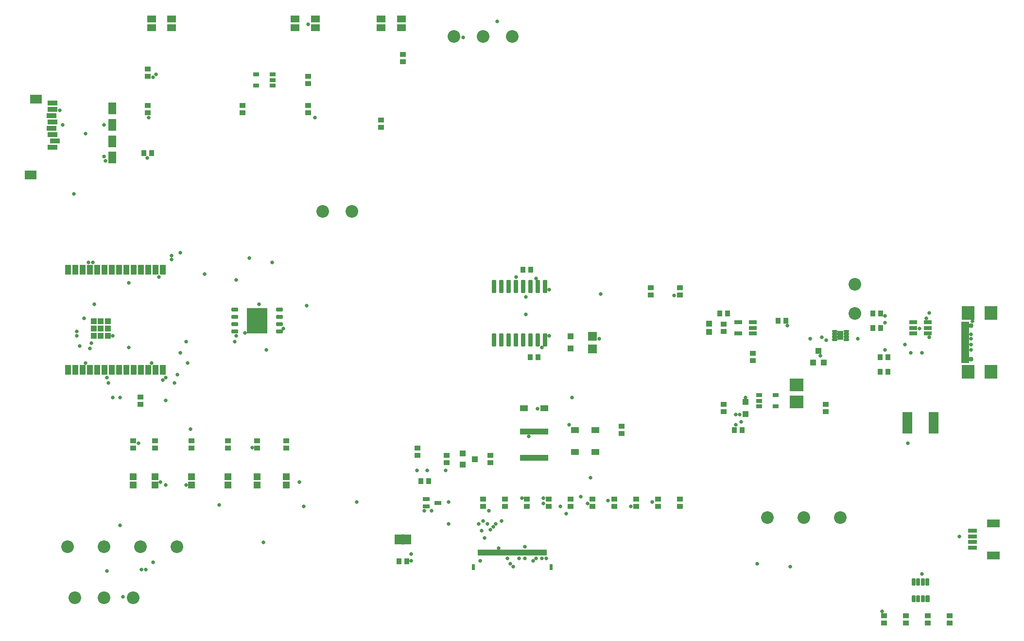
<source format=gbr>
G04 EAGLE Gerber RS-274X export*
G75*
%MOMM*%
%FSLAX34Y34*%
%LPD*%
%INSoldermask Top*%
%IPPOS*%
%AMOC8*
5,1,8,0,0,1.08239X$1,22.5*%
G01*
G04 Define Apertures*
%ADD10R,1.603200X1.253200*%
%ADD11R,1.103200X0.903200*%
%ADD12R,1.603200X1.603200*%
%ADD13R,0.903200X1.103200*%
%ADD14R,2.403200X2.203200*%
%ADD15R,1.003200X1.003200*%
%ADD16R,1.403200X0.803200*%
%ADD17R,1.143200X1.173200*%
%ADD18R,1.103200X1.003200*%
%ADD19R,1.353200X1.003200*%
%ADD20R,1.103200X0.803200*%
%ADD21R,0.503200X1.003200*%
%ADD22R,0.603200X1.003200*%
%ADD23R,1.353200X0.503200*%
%ADD24R,2.203200X2.383200*%
%ADD25C,0.853200*%
%ADD26R,2.203200X1.403200*%
%ADD27R,1.553200X0.803200*%
%ADD28R,1.403200X2.003200*%
%ADD29R,2.103200X1.603200*%
%ADD30R,1.703200X0.903200*%
%ADD31R,5.029200X1.092200*%
%ADD32R,1.403200X0.753200*%
%ADD33R,1.703200X3.803200*%
%ADD34R,1.003200X1.103200*%
%ADD35R,1.253200X0.703200*%
%ADD36C,0.330503*%
%ADD37R,0.152400X1.828800*%
%ADD38R,1.371600X1.803400*%
%ADD39C,2.203200*%
%ADD40C,0.315166*%
%ADD41R,3.603200X4.503200*%
%ADD42R,1.103200X1.703200*%
%ADD43C,0.349006*%
%ADD44C,0.269722*%
%ADD45R,1.103200X1.503200*%
%ADD46C,0.655600*%
D10*
X657580Y1096888D03*
X622580Y1096888D03*
X622580Y1081888D03*
X657580Y1081888D03*
D11*
X1574800Y44300D03*
X1574800Y57300D03*
X215900Y933300D03*
X215900Y946300D03*
D12*
X990600Y544400D03*
X990600Y522400D03*
D11*
X1219200Y565300D03*
X1219200Y552300D03*
D13*
X1251100Y381000D03*
X1238100Y381000D03*
D11*
X1612900Y44300D03*
X1612900Y57300D03*
D13*
X1314300Y571500D03*
X1327300Y571500D03*
D11*
X1397000Y412600D03*
X1397000Y425600D03*
D14*
X1346200Y429500D03*
X1346200Y459500D03*
D11*
X1041400Y374500D03*
X1041400Y387500D03*
D13*
X1479400Y558800D03*
X1492400Y558800D03*
D11*
X495300Y933300D03*
X495300Y946300D03*
D13*
X1479400Y584200D03*
X1492400Y584200D03*
D11*
X622300Y907900D03*
X622300Y920900D03*
X812800Y323700D03*
X812800Y336700D03*
D13*
X869800Y660400D03*
X882800Y660400D03*
X209400Y863600D03*
X222400Y863600D03*
D10*
X257530Y1096888D03*
X222530Y1096888D03*
X222530Y1081888D03*
X257530Y1081888D03*
D15*
X1193800Y551300D03*
X1193800Y566300D03*
D11*
X381000Y933300D03*
X381000Y946300D03*
D16*
X1549600Y568300D03*
X1549600Y558800D03*
X1549600Y549300D03*
X1574600Y549300D03*
X1574600Y558800D03*
X1574600Y568300D03*
D17*
X292100Y284600D03*
X292100Y299600D03*
X228600Y284600D03*
X228600Y299600D03*
X190500Y284600D03*
X190500Y299600D03*
D18*
X1257300Y408600D03*
X1257300Y429600D03*
D19*
X906500Y419100D03*
X871500Y419100D03*
X960400Y342900D03*
X995400Y342900D03*
X960400Y381000D03*
X995400Y381000D03*
D17*
X406400Y284600D03*
X406400Y299600D03*
D18*
X952500Y522900D03*
X952500Y543900D03*
D17*
X457200Y284600D03*
X457200Y299600D03*
X355600Y284600D03*
X355600Y299600D03*
D11*
X800100Y247500D03*
X800100Y260500D03*
X1066800Y247500D03*
X1066800Y260500D03*
X1143000Y247500D03*
X1143000Y260500D03*
X1104900Y247500D03*
X1104900Y260500D03*
X838200Y247500D03*
X838200Y260500D03*
X876300Y247500D03*
X876300Y260500D03*
X914400Y247500D03*
X914400Y260500D03*
X952500Y247500D03*
X952500Y260500D03*
X990600Y247500D03*
X990600Y260500D03*
X1028700Y247500D03*
X1028700Y260500D03*
D20*
X433100Y981100D03*
X433100Y990600D03*
X433100Y1000100D03*
X405100Y1000100D03*
X405100Y981100D03*
X1281400Y441300D03*
X1281400Y431800D03*
X1281400Y422300D03*
X1309400Y422300D03*
X1309400Y441300D03*
D21*
X908400Y166900D03*
X903400Y166900D03*
X898400Y166900D03*
X893400Y166900D03*
X888400Y166900D03*
X883400Y166900D03*
X878400Y166900D03*
X873400Y166900D03*
X868400Y166900D03*
X863400Y166900D03*
X858400Y166900D03*
X853400Y166900D03*
X848400Y166900D03*
X843400Y166900D03*
X838400Y166900D03*
X833400Y166900D03*
X828400Y166900D03*
X823400Y166900D03*
X818400Y166900D03*
X813400Y166900D03*
X808400Y166900D03*
X803400Y166900D03*
X798400Y166900D03*
X793400Y166900D03*
D22*
X918400Y141900D03*
X783400Y141900D03*
D23*
X1639620Y499900D03*
X1639620Y507900D03*
X1639620Y520900D03*
X1639620Y530900D03*
X1639620Y535900D03*
X1639620Y545900D03*
X1639620Y558900D03*
X1639620Y566900D03*
X1639620Y563900D03*
X1639620Y555900D03*
X1639620Y550900D03*
X1639620Y540900D03*
X1639620Y525900D03*
X1639620Y515900D03*
X1639620Y510900D03*
X1639620Y502900D03*
D24*
X1684670Y482300D03*
X1684670Y584500D03*
X1645370Y482300D03*
X1645370Y584500D03*
D25*
X1650370Y504500D03*
X1650370Y562300D03*
D26*
X1689238Y162500D03*
X1689238Y218500D03*
D27*
X1652488Y175500D03*
X1652488Y185500D03*
X1652488Y195500D03*
X1652488Y205500D03*
D28*
X154000Y855390D03*
X154000Y912390D03*
D29*
X11500Y825390D03*
X21500Y956890D03*
D30*
X50000Y873390D03*
X54000Y884390D03*
X50000Y895390D03*
X48000Y906390D03*
X50000Y917390D03*
X48000Y928390D03*
X50000Y939390D03*
X50000Y950390D03*
D28*
X154000Y883890D03*
X154000Y940890D03*
D31*
X889000Y378460D03*
X889000Y332740D03*
D32*
X1270301Y549300D03*
X1270301Y558800D03*
X1270301Y568300D03*
X1244299Y568300D03*
X1244299Y549300D03*
D33*
X1584600Y393700D03*
X1539600Y393700D03*
D34*
X1374800Y498000D03*
X1393800Y498000D03*
X1384300Y519000D03*
D18*
X764700Y339700D03*
X764700Y320700D03*
X785700Y330200D03*
D35*
X700700Y260500D03*
X700700Y247500D03*
X721700Y254000D03*
D11*
X203200Y425300D03*
X203200Y438300D03*
X457200Y349100D03*
X457200Y362100D03*
D13*
X1212700Y584200D03*
X1225700Y584200D03*
D11*
X1498600Y44300D03*
X1498600Y57300D03*
X1143000Y615800D03*
X1143000Y628800D03*
X1219200Y412600D03*
X1219200Y425600D03*
D13*
X653900Y152400D03*
X666900Y152400D03*
X1505100Y482600D03*
X1492100Y482600D03*
X1505100Y508000D03*
X1492100Y508000D03*
D11*
X1270000Y501500D03*
X1270000Y514500D03*
X1536700Y44300D03*
X1536700Y57300D03*
X1092200Y615800D03*
X1092200Y628800D03*
X736600Y323700D03*
X736600Y336700D03*
X685800Y349400D03*
X685800Y336400D03*
X355600Y349100D03*
X355600Y362100D03*
X292100Y349100D03*
X292100Y362100D03*
X228600Y349100D03*
X228600Y362100D03*
X190500Y349100D03*
X190500Y362100D03*
X406400Y349100D03*
X406400Y362100D03*
D10*
X507720Y1096888D03*
X472720Y1096888D03*
X472720Y1081888D03*
X507720Y1081888D03*
D11*
X660400Y1035200D03*
X660400Y1022200D03*
D13*
X882500Y508000D03*
X895500Y508000D03*
D11*
X215900Y996800D03*
X215900Y1009800D03*
D13*
X692000Y292100D03*
X705000Y292100D03*
D11*
X495300Y984100D03*
X495300Y997100D03*
D36*
X1551964Y120624D02*
X1551964Y111736D01*
X1548236Y111736D01*
X1548236Y120624D01*
X1551964Y120624D01*
X1551964Y114876D02*
X1548236Y114876D01*
X1548236Y118016D02*
X1551964Y118016D01*
X1559964Y120624D02*
X1559964Y111736D01*
X1556236Y111736D01*
X1556236Y120624D01*
X1559964Y120624D01*
X1559964Y114876D02*
X1556236Y114876D01*
X1556236Y118016D02*
X1559964Y118016D01*
X1567964Y120624D02*
X1567964Y111736D01*
X1564236Y111736D01*
X1564236Y120624D01*
X1567964Y120624D01*
X1567964Y114876D02*
X1564236Y114876D01*
X1564236Y118016D02*
X1567964Y118016D01*
X1575964Y120624D02*
X1575964Y111736D01*
X1572236Y111736D01*
X1572236Y120624D01*
X1575964Y120624D01*
X1575964Y114876D02*
X1572236Y114876D01*
X1572236Y118016D02*
X1575964Y118016D01*
X1576164Y91464D02*
X1576164Y82576D01*
X1572436Y82576D01*
X1572436Y91464D01*
X1576164Y91464D01*
X1576164Y85716D02*
X1572436Y85716D01*
X1572436Y88856D02*
X1576164Y88856D01*
X1567964Y91464D02*
X1567964Y82576D01*
X1564236Y82576D01*
X1564236Y91464D01*
X1567964Y91464D01*
X1567964Y85716D02*
X1564236Y85716D01*
X1564236Y88856D02*
X1567964Y88856D01*
X1559964Y91464D02*
X1559964Y82576D01*
X1556236Y82576D01*
X1556236Y91464D01*
X1559964Y91464D01*
X1559964Y85716D02*
X1556236Y85716D01*
X1556236Y88856D02*
X1559964Y88856D01*
X1551964Y91464D02*
X1551964Y82576D01*
X1548236Y82576D01*
X1548236Y91464D01*
X1551964Y91464D01*
X1551964Y85716D02*
X1548236Y85716D01*
X1548236Y88856D02*
X1551964Y88856D01*
D37*
X660400Y190500D03*
D38*
X652780Y190500D03*
X668020Y190500D03*
D39*
X520700Y762000D03*
X1422400Y228600D03*
X571500Y762000D03*
X1358900Y228600D03*
X1295400Y228600D03*
X266700Y177800D03*
X203200Y177800D03*
X139700Y177800D03*
X76200Y177800D03*
X190500Y88900D03*
X139700Y88900D03*
X88900Y88900D03*
X1447800Y635000D03*
X1447800Y584200D03*
X850900Y1066800D03*
X800100Y1066800D03*
X749300Y1066800D03*
D40*
X371590Y588910D02*
X363310Y588910D01*
X363310Y592190D01*
X371590Y592190D01*
X371590Y588910D01*
X371590Y591904D02*
X363310Y591904D01*
X363310Y576210D02*
X371590Y576210D01*
X363310Y576210D02*
X363310Y579490D01*
X371590Y579490D01*
X371590Y576210D01*
X371590Y579204D02*
X363310Y579204D01*
X363310Y563510D02*
X371590Y563510D01*
X363310Y563510D02*
X363310Y566790D01*
X371590Y566790D01*
X371590Y563510D01*
X371590Y566504D02*
X363310Y566504D01*
X363310Y550810D02*
X371590Y550810D01*
X363310Y550810D02*
X363310Y554090D01*
X371590Y554090D01*
X371590Y550810D01*
X371590Y553804D02*
X363310Y553804D01*
X441210Y550810D02*
X449490Y550810D01*
X441210Y550810D02*
X441210Y554090D01*
X449490Y554090D01*
X449490Y550810D01*
X449490Y553804D02*
X441210Y553804D01*
X441210Y563510D02*
X449490Y563510D01*
X441210Y563510D02*
X441210Y566790D01*
X449490Y566790D01*
X449490Y563510D01*
X449490Y566504D02*
X441210Y566504D01*
X441210Y576210D02*
X449490Y576210D01*
X441210Y576210D02*
X441210Y579490D01*
X449490Y579490D01*
X449490Y576210D01*
X449490Y579204D02*
X441210Y579204D01*
X441210Y588910D02*
X449490Y588910D01*
X441210Y588910D02*
X441210Y592190D01*
X449490Y592190D01*
X449490Y588910D01*
X449490Y591904D02*
X441210Y591904D01*
D41*
X406400Y571500D03*
D42*
X76940Y485270D03*
X89640Y485270D03*
X102340Y485270D03*
X115040Y485270D03*
X127740Y485270D03*
X140440Y485270D03*
X153140Y485270D03*
X165840Y485270D03*
X178540Y485270D03*
X191240Y485270D03*
X203940Y485270D03*
X216640Y485270D03*
X229340Y485270D03*
X242040Y485270D03*
X242040Y660270D03*
X229340Y660270D03*
X216640Y660270D03*
X203940Y660270D03*
X191240Y660270D03*
X178540Y660270D03*
X165840Y660270D03*
X153140Y660270D03*
X140440Y660270D03*
X127740Y660270D03*
X115040Y660270D03*
X102340Y660270D03*
X89640Y660270D03*
X76940Y660270D03*
D15*
X134140Y557720D03*
X121640Y545220D03*
X121640Y557720D03*
X121640Y570220D03*
X134140Y545220D03*
X134140Y570220D03*
X146640Y545220D03*
X146640Y557720D03*
X146640Y570220D03*
D43*
X905829Y621229D02*
X905829Y640271D01*
X910271Y640271D01*
X910271Y621229D01*
X905829Y621229D01*
X905829Y624544D02*
X910271Y624544D01*
X910271Y627859D02*
X905829Y627859D01*
X905829Y631174D02*
X910271Y631174D01*
X910271Y634489D02*
X905829Y634489D01*
X905829Y637804D02*
X910271Y637804D01*
X893129Y640271D02*
X893129Y621229D01*
X893129Y640271D02*
X897571Y640271D01*
X897571Y621229D01*
X893129Y621229D01*
X893129Y624544D02*
X897571Y624544D01*
X897571Y627859D02*
X893129Y627859D01*
X893129Y631174D02*
X897571Y631174D01*
X897571Y634489D02*
X893129Y634489D01*
X893129Y637804D02*
X897571Y637804D01*
X880429Y640271D02*
X880429Y621229D01*
X880429Y640271D02*
X884871Y640271D01*
X884871Y621229D01*
X880429Y621229D01*
X880429Y624544D02*
X884871Y624544D01*
X884871Y627859D02*
X880429Y627859D01*
X880429Y631174D02*
X884871Y631174D01*
X884871Y634489D02*
X880429Y634489D01*
X880429Y637804D02*
X884871Y637804D01*
X867729Y640271D02*
X867729Y621229D01*
X867729Y640271D02*
X872171Y640271D01*
X872171Y621229D01*
X867729Y621229D01*
X867729Y624544D02*
X872171Y624544D01*
X872171Y627859D02*
X867729Y627859D01*
X867729Y631174D02*
X872171Y631174D01*
X872171Y634489D02*
X867729Y634489D01*
X867729Y637804D02*
X872171Y637804D01*
X855029Y640271D02*
X855029Y621229D01*
X855029Y640271D02*
X859471Y640271D01*
X859471Y621229D01*
X855029Y621229D01*
X855029Y624544D02*
X859471Y624544D01*
X859471Y627859D02*
X855029Y627859D01*
X855029Y631174D02*
X859471Y631174D01*
X859471Y634489D02*
X855029Y634489D01*
X855029Y637804D02*
X859471Y637804D01*
X842329Y640271D02*
X842329Y621229D01*
X842329Y640271D02*
X846771Y640271D01*
X846771Y621229D01*
X842329Y621229D01*
X842329Y624544D02*
X846771Y624544D01*
X846771Y627859D02*
X842329Y627859D01*
X842329Y631174D02*
X846771Y631174D01*
X846771Y634489D02*
X842329Y634489D01*
X842329Y637804D02*
X846771Y637804D01*
X829629Y640271D02*
X829629Y621229D01*
X829629Y640271D02*
X834071Y640271D01*
X834071Y621229D01*
X829629Y621229D01*
X829629Y624544D02*
X834071Y624544D01*
X834071Y627859D02*
X829629Y627859D01*
X829629Y631174D02*
X834071Y631174D01*
X834071Y634489D02*
X829629Y634489D01*
X829629Y637804D02*
X834071Y637804D01*
X816929Y640271D02*
X816929Y621229D01*
X816929Y640271D02*
X821371Y640271D01*
X821371Y621229D01*
X816929Y621229D01*
X816929Y624544D02*
X821371Y624544D01*
X821371Y627859D02*
X816929Y627859D01*
X816929Y631174D02*
X821371Y631174D01*
X821371Y634489D02*
X816929Y634489D01*
X816929Y637804D02*
X821371Y637804D01*
X816929Y547171D02*
X816929Y528129D01*
X816929Y547171D02*
X821371Y547171D01*
X821371Y528129D01*
X816929Y528129D01*
X816929Y531444D02*
X821371Y531444D01*
X821371Y534759D02*
X816929Y534759D01*
X816929Y538074D02*
X821371Y538074D01*
X821371Y541389D02*
X816929Y541389D01*
X816929Y544704D02*
X821371Y544704D01*
X829629Y547171D02*
X829629Y528129D01*
X829629Y547171D02*
X834071Y547171D01*
X834071Y528129D01*
X829629Y528129D01*
X829629Y531444D02*
X834071Y531444D01*
X834071Y534759D02*
X829629Y534759D01*
X829629Y538074D02*
X834071Y538074D01*
X834071Y541389D02*
X829629Y541389D01*
X829629Y544704D02*
X834071Y544704D01*
X842329Y547171D02*
X842329Y528129D01*
X842329Y547171D02*
X846771Y547171D01*
X846771Y528129D01*
X842329Y528129D01*
X842329Y531444D02*
X846771Y531444D01*
X846771Y534759D02*
X842329Y534759D01*
X842329Y538074D02*
X846771Y538074D01*
X846771Y541389D02*
X842329Y541389D01*
X842329Y544704D02*
X846771Y544704D01*
X855029Y547171D02*
X855029Y528129D01*
X855029Y547171D02*
X859471Y547171D01*
X859471Y528129D01*
X855029Y528129D01*
X855029Y531444D02*
X859471Y531444D01*
X859471Y534759D02*
X855029Y534759D01*
X855029Y538074D02*
X859471Y538074D01*
X859471Y541389D02*
X855029Y541389D01*
X855029Y544704D02*
X859471Y544704D01*
X867729Y547171D02*
X867729Y528129D01*
X867729Y547171D02*
X872171Y547171D01*
X872171Y528129D01*
X867729Y528129D01*
X867729Y531444D02*
X872171Y531444D01*
X872171Y534759D02*
X867729Y534759D01*
X867729Y538074D02*
X872171Y538074D01*
X872171Y541389D02*
X867729Y541389D01*
X867729Y544704D02*
X872171Y544704D01*
X880429Y547171D02*
X880429Y528129D01*
X880429Y547171D02*
X884871Y547171D01*
X884871Y528129D01*
X880429Y528129D01*
X880429Y531444D02*
X884871Y531444D01*
X884871Y534759D02*
X880429Y534759D01*
X880429Y538074D02*
X884871Y538074D01*
X884871Y541389D02*
X880429Y541389D01*
X880429Y544704D02*
X884871Y544704D01*
X893129Y547171D02*
X893129Y528129D01*
X893129Y547171D02*
X897571Y547171D01*
X897571Y528129D01*
X893129Y528129D01*
X893129Y531444D02*
X897571Y531444D01*
X897571Y534759D02*
X893129Y534759D01*
X893129Y538074D02*
X897571Y538074D01*
X897571Y541389D02*
X893129Y541389D01*
X893129Y544704D02*
X897571Y544704D01*
X905829Y547171D02*
X905829Y528129D01*
X905829Y547171D02*
X910271Y547171D01*
X910271Y528129D01*
X905829Y528129D01*
X905829Y531444D02*
X910271Y531444D01*
X910271Y534759D02*
X905829Y534759D01*
X905829Y538074D02*
X910271Y538074D01*
X910271Y541389D02*
X905829Y541389D01*
X905829Y544704D02*
X910271Y544704D01*
D44*
X1428782Y539618D02*
X1435718Y539618D01*
X1435718Y537582D01*
X1428782Y537582D01*
X1428782Y539618D01*
X1428782Y544618D02*
X1435718Y544618D01*
X1435718Y542582D01*
X1428782Y542582D01*
X1428782Y544618D01*
X1428782Y549618D02*
X1435718Y549618D01*
X1435718Y547582D01*
X1428782Y547582D01*
X1428782Y549618D01*
X1428782Y554618D02*
X1435718Y554618D01*
X1435718Y552582D01*
X1428782Y552582D01*
X1428782Y554618D01*
X1416018Y554618D02*
X1409082Y554618D01*
X1416018Y554618D02*
X1416018Y552582D01*
X1409082Y552582D01*
X1409082Y554618D01*
X1409082Y549618D02*
X1416018Y549618D01*
X1416018Y547582D01*
X1409082Y547582D01*
X1409082Y549618D01*
X1409082Y544618D02*
X1416018Y544618D01*
X1416018Y542582D01*
X1409082Y542582D01*
X1409082Y544618D01*
X1409082Y539618D02*
X1416018Y539618D01*
X1416018Y537582D01*
X1409082Y537582D01*
X1409082Y539618D01*
D45*
X1422400Y546100D03*
D46*
X247500Y285000D03*
X282500Y285000D03*
X370000Y545000D03*
X385000Y550000D03*
X117500Y532500D03*
X155000Y545000D03*
X92500Y552500D03*
X140000Y912500D03*
X140000Y857500D03*
X215000Y855000D03*
X230000Y1000000D03*
X1500000Y580000D03*
X1500000Y567500D03*
X1560000Y557500D03*
X1452500Y540000D03*
X1330000Y562500D03*
X1577500Y585000D03*
X872500Y157500D03*
X827500Y175000D03*
X795000Y152500D03*
X867500Y262500D03*
X905000Y262500D03*
X1240000Y407500D03*
X1240000Y390000D03*
X800000Y222500D03*
X1257500Y437500D03*
X225000Y150000D03*
X1500000Y520000D03*
X1650000Y520000D03*
X1650000Y530000D03*
X1650000Y540000D03*
X1577500Y542500D03*
X1572500Y575000D03*
X1652500Y570000D03*
X1535000Y530000D03*
X1650000Y547500D03*
X1565000Y515000D03*
X242500Y467500D03*
X1545000Y515000D03*
X247500Y472500D03*
X172500Y90000D03*
X580000Y255000D03*
X1250000Y395000D03*
X1247500Y407500D03*
X115000Y522500D03*
X92500Y545000D03*
X422500Y520000D03*
X107500Y897500D03*
X825000Y1092500D03*
X842500Y157500D03*
X237500Y290000D03*
X480000Y290000D03*
X155000Y437500D03*
X492500Y597500D03*
X452500Y557500D03*
X847500Y147500D03*
X340000Y250000D03*
X487500Y247500D03*
X145000Y472500D03*
X267500Y477500D03*
X67500Y912500D03*
X257500Y685000D03*
X765000Y1065000D03*
X62500Y937500D03*
X87500Y792500D03*
X290000Y382500D03*
X200000Y357500D03*
X1370000Y540000D03*
X367500Y535000D03*
X112500Y672500D03*
X315000Y652500D03*
X675000Y152500D03*
X675000Y165000D03*
X735000Y310000D03*
X740000Y217500D03*
X740000Y255000D03*
X880000Y370000D03*
X895000Y417500D03*
X950000Y390000D03*
X807500Y217500D03*
X1017500Y257500D03*
X970000Y265000D03*
X797500Y205000D03*
X987500Y297500D03*
X902500Y157500D03*
X697500Y240000D03*
X685000Y310000D03*
X910000Y157500D03*
X710000Y240000D03*
X702500Y310000D03*
X247500Y432500D03*
X397500Y350000D03*
X852500Y142500D03*
X1335000Y142500D03*
X417500Y185000D03*
X222500Y497500D03*
X285000Y497500D03*
X217500Y925000D03*
X225000Y995000D03*
X142500Y850000D03*
X120000Y672500D03*
X432500Y672500D03*
X122500Y600000D03*
X145000Y135000D03*
X235000Y647500D03*
X857500Y647500D03*
X262500Y462500D03*
X1495000Y65000D03*
X1630000Y195000D03*
X1565000Y130000D03*
X1397500Y537500D03*
X902500Y525000D03*
X282500Y535000D03*
X1390000Y542500D03*
X915000Y545000D03*
X182500Y637500D03*
X1540000Y357500D03*
X1387500Y510000D03*
X862500Y157500D03*
X1277500Y147500D03*
X97500Y527500D03*
X107500Y497500D03*
X272500Y515000D03*
X272500Y690000D03*
X507500Y925000D03*
X495000Y1087500D03*
X1132500Y615000D03*
X892500Y645000D03*
X167500Y437500D03*
X167500Y215000D03*
X955000Y437500D03*
X1005000Y617500D03*
X915000Y625000D03*
X182500Y525000D03*
X1002500Y540000D03*
X205000Y137500D03*
X105000Y575000D03*
X370000Y642500D03*
X212500Y137500D03*
X147500Y462500D03*
X410000Y600000D03*
X257500Y677500D03*
X392500Y680000D03*
X875000Y612500D03*
X875000Y582500D03*
X792500Y217500D03*
X1095000Y255000D03*
X802500Y192500D03*
X1057500Y247500D03*
X812500Y207500D03*
X982500Y252500D03*
X817500Y212500D03*
X935000Y247500D03*
X822500Y217500D03*
X905000Y252500D03*
X887500Y152500D03*
X945000Y235000D03*
X892500Y157500D03*
X872500Y177500D03*
X832500Y222500D03*
X810000Y240000D03*
M02*

</source>
